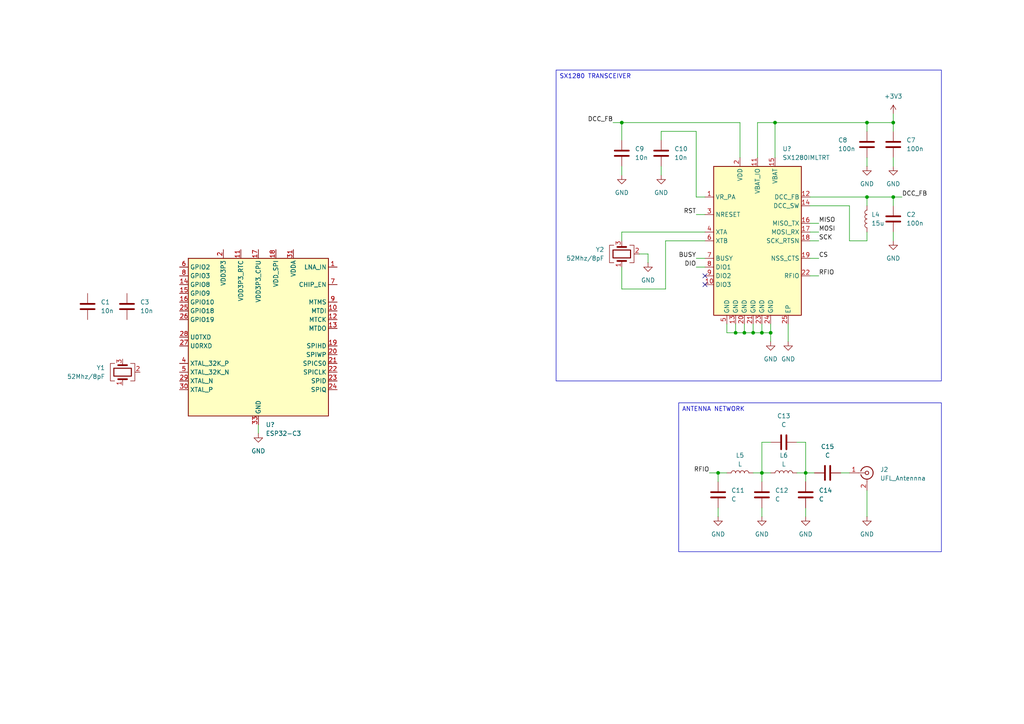
<source format=kicad_sch>
(kicad_sch (version 20250114) (generator "eeschema") (generator_version "9.0")
  (paper "A4")
  (lib_symbols
    (symbol "Connector:Conn_Coaxial" (pin_names (offset 1.016) (hide yes))
      (property "Reference" "J" (at 0.254 3.048 0))
      (property "Value" "Conn_Coaxial" (at 2.921 0 90))
      (symbol "Conn_Coaxial_0_1"
        (polyline (pts (xy -2.54 0) (xy -0.508 0)))
        (arc (start 1.778 0) (mid 0.222 -1.8079) (end -1.778 -0.508) (stroke (width 0.254)))
        (arc (start -1.778 0.508) (mid 0.2221 1.8084) (end 1.778 0) (stroke (width 0.254)))
        (circle (center 0 0) (radius 0.508) (stroke (width 0.2032)))
        (polyline (pts (xy 0 -2.54) (xy 0 -1.778)))
      )
      (symbol "Conn_Coaxial_1_1"
        (pin passive line (at -5.08 0 0) (length 2.54) (name "In") (number "1"))
        (pin passive line (at 0 -5.08 90) (length 2.54) (name "Ext") (number "2"))
      )
    )
    (symbol "Custom_Parts:SX1280IMLTRT"
      (property "Reference" "U" (at 26.416 20.828 0))
      (property "Value" "SX1280IMLTRT" (at 26.416 18.288 0))
      (symbol "SX1280IMLTRT_1_1"
        (rectangle (start 5.08 15.24) (end 30.48 -27.94) (stroke (width 0.254)) (fill (type background)))
        (pin passive line (at 2.54 6.35 0) (length 2.54) (name "VR_PA") (number "1"))
        (pin passive line (at 2.54 1.27 0) (length 2.54) (name "NRESET") (number "3"))
        (pin passive line (at 2.54 -3.81 0) (length 2.54) (name "XTA") (number "4"))
        (pin passive line (at 2.54 -6.35 0) (length 2.54) (name "XTB") (number "6"))
        (pin passive line (at 2.54 -11.43 0) (length 2.54) (name "BUSY") (number "7"))
        (pin passive line (at 2.54 -13.97 0) (length 2.54) (name "DIO1") (number "8"))
        (pin passive line (at 2.54 -16.51 0) (length 2.54) (name "DIO2") (number "9"))
        (pin passive line (at 2.54 -19.05 0) (length 2.54) (name "DIO3") (number "10"))
        (pin passive line (at 8.89 -30.48 90) (length 2.54) (name "GND") (number "5"))
        (pin passive line (at 11.43 -30.48 90) (length 2.54) (name "GND") (number "13"))
        (pin passive line (at 12.7 17.78 270) (length 2.54) (name "VDD") (number "2"))
        (pin passive line (at 13.97 -30.48 90) (length 2.54) (name "GND") (number "20"))
        (pin passive line (at 16.51 -30.48 90) (length 2.54) (name "GND") (number "21"))
        (pin passive line (at 17.78 17.78 270) (length 2.54) (name "VBAT_IO") (number "11"))
        (pin passive line (at 19.05 -30.48 90) (length 2.54) (name "GND") (number "23"))
        (pin passive line (at 21.59 -30.48 90) (length 2.54) (name "GND") (number "24"))
        (pin passive line (at 22.86 17.78 270) (length 2.54) (name "VBAT") (number "15"))
        (pin passive line (at 26.67 -30.48 90) (length 2.54) (name "EP") (number "25"))
        (pin passive line (at 33.02 6.35 180) (length 2.54) (name "DCC_FB") (number "12"))
        (pin passive line (at 33.02 3.81 180) (length 2.54) (name "DCC_SW") (number "14"))
        (pin passive line (at 33.02 -1.27 180) (length 2.54) (name "MISO_TX") (number "16"))
        (pin passive line (at 33.02 -3.81 180) (length 2.54) (name "MOSI_RX") (number "17"))
        (pin passive line (at 33.02 -6.35 180) (length 2.54) (name "SCK_RTSN") (number "18"))
        (pin passive line (at 33.02 -11.43 180) (length 2.54) (name "NSS_CTS") (number "19"))
        (pin passive line (at 33.02 -16.51 180) (length 2.54) (name "RFIO") (number "22"))
      )
    )
    (symbol "Device:C" (pin_numbers (hide yes)) (pin_names (offset 0.254))
      (property "Reference" "C" (at 0.635 2.54 0))
      (property "Value" "C" (at 0.635 -2.54 0))
      (symbol "C_0_1"
        (polyline (pts (xy -2.032 0.762) (xy 2.032 0.762)) (stroke (width 0.508)))
        (polyline (pts (xy -2.032 -0.762) (xy 2.032 -0.762)) (stroke (width 0.508)))
      )
      (symbol "C_1_1"
        (pin passive line (at 0 3.81 270) (length 2.794) (name "~") (number "1"))
        (pin passive line (at 0 -3.81 90) (length 2.794) (name "~") (number "2"))
      )
    )
    (symbol "Device:Crystal_GND24" (pin_names (offset 1.016) (hide yes))
      (property "Reference" "Y" (at 3.175 5.08 0))
      (property "Value" "Crystal_GND24" (at 3.175 3.175 0))
      (symbol "Crystal_GND24_0_1"
        (polyline (pts (xy -2.54 2.286) (xy -2.54 3.556) (xy 2.54 3.556) (xy 2.54 2.286)))
        (polyline (pts (xy -2.54 0) (xy -2.032 0)))
        (polyline (pts (xy -2.54 -2.286) (xy -2.54 -3.556) (xy 2.54 -3.556) (xy 2.54 -2.286)))
        (polyline (pts (xy -2.032 -1.27) (xy -2.032 1.27)) (stroke (width 0.508)))
        (rectangle (start -1.143 2.54) (end 1.143 -2.54) (stroke (width 0.3048)))
        (polyline (pts (xy 0 -3.81) (xy 0 -3.556)))
        (polyline (pts (xy 2.032 0) (xy 2.54 0)))
        (polyline (pts (xy 2.032 -1.27) (xy 2.032 1.27)) (stroke (width 0.508)))
      )
      (symbol "Crystal_GND24_1_1"
        (pin passive line (at -3.81 0 0) (length 1.27) (name "1") (number "1"))
        (pin passive line (at 0 -5.08 90) (length 1.27) (name "G") (number "2"))
        (pin passive line (at 0 -5.08 90) (length 1.27) (hide yes) (name "G") (number "4"))
        (pin passive line (at 3.81 0 180) (length 1.27) (name "3") (number "3"))
      )
    )
    (symbol "Device:L" (pin_numbers (hide yes)) (pin_names (offset 1.016) (hide yes))
      (property "Reference" "L" (at -1.27 0 90))
      (property "Value" "L" (at 1.905 0 90))
      (symbol "L_0_1"
        (arc (start 0 2.54) (mid 0.6323 1.905) (end 0 1.27))
        (arc (start 0 1.27) (mid 0.6323 0.635) (end 0 0))
        (arc (start 0 0) (mid 0.6323 -0.635) (end 0 -1.27))
        (arc (start 0 -1.27) (mid 0.6323 -1.905) (end 0 -2.54))
      )
      (symbol "L_1_1"
        (pin passive line (at 0 3.81 270) (length 1.27) (name "1") (number "1"))
        (pin passive line (at 0 -3.81 90) (length 1.27) (name "2") (number "2"))
      )
    )
    (symbol "MCU_Espressif:ESP32-C3"
      (property "Reference" "U" (at -17.272 23.876 0))
      (property "Value" "ESP32-C3" (at 16.256 23.876 0))
      (symbol "ESP32-C3_1_1"
        (rectangle (start -20.32 22.86) (end 20.32 -22.86) (stroke (width 0.254)) (fill (type background)))
        (pin bidirectional line (at -22.86 20.32 0) (length 2.54) (name "GPIO2") (number "6"))
        (pin bidirectional line (at -22.86 17.78 0) (length 2.54) (name "GPIO3") (number "8"))
        (pin bidirectional line (at -22.86 15.24 0) (length 2.54) (name "GPIO8") (number "14"))
        (pin bidirectional line (at -22.86 12.7 0) (length 2.54) (name "GPIO9") (number "15"))
        (pin bidirectional line (at -22.86 10.16 0) (length 2.54) (name "GPIO10") (number "16"))
        (pin bidirectional line (at -22.86 7.62 0) (length 2.54) (name "GPIO18") (number "25"))
        (pin bidirectional line (at -22.86 5.08 0) (length 2.54) (name "GPIO19") (number "26"))
        (pin bidirectional line (at -22.86 0 0) (length 2.54) (name "U0TXD") (number "28"))
        (pin bidirectional line (at -22.86 -2.54 0) (length 2.54) (name "U0RXD") (number "27"))
        (pin bidirectional line (at -22.86 -7.62 0) (length 2.54) (name "XTAL_32K_P") (number "4"))
        (pin bidirectional line (at -22.86 -10.16 0) (length 2.54) (name "XTAL_32K_N") (number "5"))
        (pin bidirectional line (at -22.86 -12.7 0) (length 2.54) (name "XTAL_N") (number "29"))
        (pin bidirectional line (at -22.86 -15.24 0) (length 2.54) (name "XTAL_P") (number "30"))
        (pin power_in line (at -10.16 25.4 270) (length 2.54) (name "VDD3P3") (number "2"))
        (pin passive line (at -10.16 25.4 270) (length 2.54) (hide yes) (name "VDD3P3") (number "3"))
        (pin power_in line (at -5.08 25.4 270) (length 2.54) (name "VDD3P3_RTC") (number "11"))
        (pin power_in line (at 0 25.4 270) (length 2.54) (name "VDD3P3_CPU") (number "17"))
        (pin power_in line (at 0 -25.4 90) (length 2.54) (name "GND") (number "33"))
        (pin power_out line (at 5.08 25.4 270) (length 2.54) (name "VDD_SPI") (number "18"))
        (pin power_in line (at 10.16 25.4 270) (length 2.54) (name "VDDA") (number "31"))
        (pin passive line (at 10.16 25.4 270) (length 2.54) (hide yes) (name "VDDA") (number "32"))
        (pin bidirectional line (at 22.86 20.32 180) (length 2.54) (name "LNA_IN") (number "1"))
        (pin bidirectional line (at 22.86 15.24 180) (length 2.54) (name "CHIP_EN") (number "7"))
        (pin bidirectional line (at 22.86 10.16 180) (length 2.54) (name "MTMS") (number "9"))
        (pin bidirectional line (at 22.86 7.62 180) (length 2.54) (name "MTDI") (number "10"))
        (pin bidirectional line (at 22.86 5.08 180) (length 2.54) (name "MTCK") (number "12"))
        (pin bidirectional line (at 22.86 2.54 180) (length 2.54) (name "MTDO") (number "13"))
        (pin bidirectional line (at 22.86 -2.54 180) (length 2.54) (name "SPIHD") (number "19"))
        (pin bidirectional line (at 22.86 -5.08 180) (length 2.54) (name "SPIWP") (number "20"))
        (pin bidirectional line (at 22.86 -7.62 180) (length 2.54) (name "SPICS0") (number "21"))
        (pin bidirectional line (at 22.86 -10.16 180) (length 2.54) (name "SPICLK") (number "22"))
        (pin bidirectional line (at 22.86 -12.7 180) (length 2.54) (name "SPID") (number "23"))
        (pin bidirectional line (at 22.86 -15.24 180) (length 2.54) (name "SPIQ") (number "24"))
      )
    )
    (symbol "power:+3V3" (power) (pin_numbers (hide yes)) (pin_names (offset 0) (hide yes))
      (property "Value" "+3V3" (at 0 3.556 0))
      (symbol "+3V3_0_1"
        (polyline (pts (xy -0.762 1.27) (xy 0 2.54)))
        (polyline (pts (xy 0 2.54) (xy 0.762 1.27)))
        (polyline (pts (xy 0 0) (xy 0 2.54)))
      )
      (symbol "+3V3_1_1"
        (pin power_in line (at 0 0 90) (length 0) (name "~") (number "1"))
      )
    )
    (symbol "power:GND" (power) (pin_numbers (hide yes)) (pin_names (offset 0) (hide yes))
      (property "Value" "GND" (at 0 -3.81 0))
      (symbol "GND_0_1"
        (polyline (pts (xy 0 0) (xy 0 -1.27) (xy 1.27 -1.27) (xy 0 -2.54) (xy -1.27 -1.27) (xy 0 -1.27)))
      )
      (symbol "GND_1_1"
        (pin power_in line (at 0 0 270) (length 0) (name "~") (number "1"))
      )
    )
  )
  (text_box "SX1280 TRANSCEIVER" (at 161.29 20.32 0) (size 111.76 90.17) (margins 0.9525 0.9525 0.9525 0.9525) (effects (font (size 1.27 1.27)) (justify left top)))
  (text_box "ANTENNA NETWORK" (at 196.85 116.84 0) (size 76.2 43.18) (margins 0.9525 0.9525 0.9525 0.9525) (effects (font (size 1.27 1.27)) (justify left top)))
  (junction (at 213.36 96.52))
  (junction (at 223.52 96.52))
  (junction (at 220.98 96.52))
  (junction (at 220.98 137.16))
  (junction (at 224.79 35.56))
  (junction (at 251.46 35.56))
  (junction (at 215.9 96.52))
  (junction (at 180.34 35.56))
  (junction (at 218.44 96.52))
  (junction (at 233.68 137.16))
  (junction (at 208.28 137.16))
  (junction (at 259.08 35.56))
  (junction (at 251.46 57.15))
  (junction (at 259.08 57.15))
  (no_connect (at 204.47 80.01))
  (no_connect (at 204.47 82.55))
  (wire (pts (xy 233.68 137.16) (xy 233.68 139.7)))
  (wire (pts (xy 208.28 147.32) (xy 208.28 149.86)))
  (wire (pts (xy 201.93 57.15) (xy 201.93 38.1)))
  (wire (pts (xy 191.77 38.1) (xy 191.77 40.64)))
  (wire (pts (xy 234.95 59.69) (xy 246.38 59.69)))
  (wire (pts (xy 234.95 74.93) (xy 237.49 74.93)))
  (wire (pts (xy 233.68 128.27) (xy 233.68 137.16)))
  (wire (pts (xy 228.6 93.98) (xy 228.6 99.06)))
  (wire (pts (xy 204.47 67.31) (xy 180.34 67.31)))
  (wire (pts (xy 210.82 96.52) (xy 213.36 96.52)))
  (wire (pts (xy 208.28 137.16) (xy 210.82 137.16)))
  (wire (pts (xy 246.38 69.85) (xy 246.38 59.69)))
  (wire (pts (xy 201.93 74.93) (xy 204.47 74.93)))
  (wire (pts (xy 237.49 80.01) (xy 234.95 80.01)))
  (wire (pts (xy 251.46 57.15) (xy 251.46 59.69)))
  (wire (pts (xy 259.08 38.1) (xy 259.08 35.56)))
  (wire (pts (xy 251.46 57.15) (xy 259.08 57.15)))
  (wire (pts (xy 193.04 69.85) (xy 204.47 69.85)))
  (wire (pts (xy 224.79 35.56) (xy 224.79 45.72)))
  (wire (pts (xy 259.08 33.02) (xy 259.08 35.56)))
  (wire (pts (xy 180.34 77.47) (xy 180.34 83.82)))
  (wire (pts (xy 220.98 137.16) (xy 220.98 139.7)))
  (wire (pts (xy 201.93 77.47) (xy 204.47 77.47)))
  (wire (pts (xy 223.52 93.98) (xy 223.52 96.52)))
  (wire (pts (xy 193.04 69.85) (xy 193.04 83.82)))
  (wire (pts (xy 233.68 137.16) (xy 236.22 137.16)))
  (wire (pts (xy 218.44 96.52) (xy 220.98 96.52)))
  (wire (pts (xy 201.93 62.23) (xy 204.47 62.23)))
  (wire (pts (xy 185.42 73.66) (xy 187.96 73.66)))
  (wire (pts (xy 220.98 147.32) (xy 220.98 149.86)))
  (wire (pts (xy 251.46 45.72) (xy 251.46 48.26)))
  (wire (pts (xy 251.46 142.24) (xy 251.46 149.86)))
  (wire (pts (xy 259.08 67.31) (xy 259.08 69.85)))
  (wire (pts (xy 220.98 96.52) (xy 223.52 96.52)))
  (wire (pts (xy 177.8 35.56) (xy 180.34 35.56)))
  (wire (pts (xy 251.46 67.31) (xy 251.46 69.85)))
  (wire (pts (xy 213.36 93.98) (xy 213.36 96.52)))
  (wire (pts (xy 180.34 35.56) (xy 180.34 40.64)))
  (wire (pts (xy 180.34 67.31) (xy 180.34 69.85)))
  (wire (pts (xy 224.79 35.56) (xy 251.46 35.56)))
  (wire (pts (xy 234.95 57.15) (xy 251.46 57.15)))
  (wire (pts (xy 180.34 83.82) (xy 193.04 83.82)))
  (wire (pts (xy 251.46 35.56) (xy 259.08 35.56)))
  (wire (pts (xy 210.82 93.98) (xy 210.82 96.52)))
  (wire (pts (xy 214.63 35.56) (xy 214.63 45.72)))
  (wire (pts (xy 201.93 38.1) (xy 191.77 38.1)))
  (wire (pts (xy 259.08 57.15) (xy 261.62 57.15)))
  (wire (pts (xy 74.93 125.73) (xy 74.93 123.19)))
  (wire (pts (xy 251.46 35.56) (xy 251.46 38.1)))
  (wire (pts (xy 220.98 128.27) (xy 220.98 137.16)))
  (wire (pts (xy 208.28 139.7) (xy 208.28 137.16)))
  (wire (pts (xy 259.08 45.72) (xy 259.08 48.26)))
  (wire (pts (xy 208.28 137.16) (xy 205.74 137.16)))
  (wire (pts (xy 187.96 73.66) (xy 187.96 76.2)))
  (wire (pts (xy 219.71 35.56) (xy 219.71 45.72)))
  (wire (pts (xy 233.68 147.32) (xy 233.68 149.86)))
  (wire (pts (xy 213.36 96.52) (xy 215.9 96.52)))
  (wire (pts (xy 204.47 57.15) (xy 201.93 57.15)))
  (wire (pts (xy 218.44 93.98) (xy 218.44 96.52)))
  (wire (pts (xy 231.14 137.16) (xy 233.68 137.16)))
  (wire (pts (xy 224.79 35.56) (xy 219.71 35.56)))
  (wire (pts (xy 220.98 137.16) (xy 223.52 137.16)))
  (wire (pts (xy 251.46 69.85) (xy 246.38 69.85)))
  (wire (pts (xy 218.44 137.16) (xy 220.98 137.16)))
  (wire (pts (xy 180.34 48.26) (xy 180.34 50.8)))
  (wire (pts (xy 223.52 96.52) (xy 223.52 99.06)))
  (wire (pts (xy 234.95 64.77) (xy 237.49 64.77)))
  (wire (pts (xy 259.08 57.15) (xy 259.08 59.69)))
  (wire (pts (xy 220.98 93.98) (xy 220.98 96.52)))
  (wire (pts (xy 191.77 48.26) (xy 191.77 50.8)))
  (wire (pts (xy 223.52 128.27) (xy 220.98 128.27)))
  (wire (pts (xy 243.84 137.16) (xy 246.38 137.16)))
  (wire (pts (xy 215.9 93.98) (xy 215.9 96.52)))
  (wire (pts (xy 237.49 67.31) (xy 234.95 67.31)))
  (wire (pts (xy 215.9 96.52) (xy 218.44 96.52)))
  (wire (pts (xy 234.95 69.85) (xy 237.49 69.85)))
  (wire (pts (xy 231.14 128.27) (xy 233.68 128.27)))
  (wire (pts (xy 180.34 35.56) (xy 214.63 35.56)))
  (label "DCC_FB" (at 177.8 35.56 180))
  (label "RST" (at 201.93 62.23 180))
  (label "MOSI" (at 237.49 67.31 0))
  (label "RFIO" (at 237.49 80.01 0))
  (label "CS" (at 237.49 74.93 0))
  (label "DIO" (at 201.93 77.47 180))
  (label "RFIO" (at 205.74 137.16 180))
  (label "DCC_FB" (at 261.62 57.15 0))
  (label "BUSY" (at 201.93 74.93 180))
  (label "MISO" (at 237.49 64.77 0))
  (label "SCK" (at 237.49 69.85 0))
  (symbol (lib_id "Device:C") (at 251.46 41.91 0) (unit 1)
    (property "Reference" "C8" (at 243.078 40.64 0) (effects (justify left)))
    (property "Value" "100n" (at 243.078 43.18 0) (effects (justify left)))
    (property "Description" "Unpolarized capacitor" (effects (hide yes)))
  )
  (symbol (lib_id "Device:C") (at 259.08 41.91 0) (unit 1)
    (property "Reference" "C7" (at 262.89 40.6399 0) (effects (justify left)))
    (property "Value" "100n" (at 262.89 43.1799 0) (effects (justify left)))
    (property "Description" "Unpolarized capacitor" (effects (hide yes)))
  )
  (symbol (lib_id "power:GND") (at 220.98 149.86 0) (unit 1)
    (property "Reference" "#PWR015" (effects (hide yes)))
    (property "Value" "GND" (at 220.98 154.94 0))
    (property "Description" "Power symbol creates a global label with name \"GND\" , ground" (effects (hide yes)))
  )
  (symbol (lib_id "power:GND") (at 233.68 149.86 0) (unit 1)
    (property "Reference" "#PWR016" (effects (hide yes)))
    (property "Value" "GND" (at 233.68 154.94 0))
    (property "Description" "Power symbol creates a global label with name \"GND\" , ground" (effects (hide yes)))
  )
  (symbol (lib_id "Device:C") (at 233.68 143.51 0) (unit 1)
    (property "Reference" "C14" (at 237.49 142.2399 0) (effects (justify left)))
    (property "Value" "C" (at 237.49 144.7799 0) (effects (justify left)))
    (property "Description" "Unpolarized capacitor" (effects (hide yes)))
  )
  (symbol (lib_id "power:GND") (at 251.46 149.86 0) (unit 1)
    (property "Reference" "#PWR017" (effects (hide yes)))
    (property "Value" "GND" (at 251.46 154.94 0))
    (property "Description" "Power symbol creates a global label with name \"GND\" , ground" (effects (hide yes)))
  )
  (symbol (lib_id "Device:C") (at 220.98 143.51 0) (unit 1)
    (property "Reference" "C12" (at 224.79 142.2399 0) (effects (justify left)))
    (property "Value" "C" (at 224.79 144.7799 0) (effects (justify left)))
    (property "Description" "Unpolarized capacitor" (effects (hide yes)))
  )
  (symbol (lib_id "MCU_Espressif:ESP32-C3") (at 74.93 97.79 0) (unit 1)
    (property "Reference" "U?" (at 77.0733 123.19 0) (effects (justify left)))
    (property "Value" "ESP32-C3" (at 77.0733 125.73 0) (effects (justify left)))
    (property "Footprint" "Package_DFN_QFN:QFN-32-1EP_5x5mm_P0.5mm_EP3.7x3.7mm" (effects (hide yes)))
    (property "Datasheet" "https://www.espressif.com/sites/default/files/documentation/esp32-c3_datasheet_en.pdf" (effects (hide yes)))
    (property "Description" "RF Module, ESP32 SoC, RISC-V, WiFi 802.11b/n/g, Bluetooth LE 5, QFN32" (effects (hide yes)))
  )
  (symbol (lib_id "Device:C") (at 191.77 44.45 0) (unit 1)
    (property "Reference" "C10" (at 195.58 43.1799 0) (effects (justify left)))
    (property "Value" "10n" (at 195.58 45.7199 0) (effects (justify left)))
    (property "Description" "Unpolarized capacitor" (effects (hide yes)))
  )
  (symbol (lib_id "power:GND") (at 228.6 99.06 0) (unit 1)
    (property "Reference" "#PWR07" (effects (hide yes)))
    (property "Value" "GND" (at 228.6 104.14 0))
    (property "Description" "Power symbol creates a global label with name \"GND\" , ground" (effects (hide yes)))
  )
  (symbol (lib_id "power:GND") (at 208.28 149.86 0) (unit 1)
    (property "Reference" "#PWR014" (effects (hide yes)))
    (property "Value" "GND" (at 208.28 154.94 0))
    (property "Description" "Power symbol creates a global label with name \"GND\" , ground" (effects (hide yes)))
  )
  (symbol (lib_id "Device:C") (at 180.34 44.45 0) (unit 1)
    (property "Reference" "C9" (at 184.15 43.1799 0) (effects (justify left)))
    (property "Value" "10n" (at 184.15 45.7199 0) (effects (justify left)))
    (property "Description" "Unpolarized capacitor" (effects (hide yes)))
  )
  (symbol (lib_id "Connector:Conn_Coaxial") (at 251.46 137.16 0) (unit 1)
    (property "Reference" "J2" (at 255.27 136.1831 0) (effects (justify left)))
    (property "Value" "UFL_Antennna" (at 255.27 138.7231 0) (effects (justify left)))
    (property "Footprint" "Connector_Coaxial:U.FL_Hirose_U.FL-R-SMT-1_Vertical" (effects (hide yes)))
    (property "Description" "coaxial connector (BNC, SMA, SMB, SMC, Cinch/RCA, LEMO, ...)" (effects (hide yes)))
  )
  (symbol (lib_id "power:GND") (at 180.34 50.8 0) (unit 1)
    (property "Reference" "#PWR010" (effects (hide yes)))
    (property "Value" "GND" (at 180.34 55.88 0))
    (property "Description" "Power symbol creates a global label with name \"GND\" , ground" (effects (hide yes)))
  )
  (symbol (lib_id "Device:Crystal_GND24") (at 35.56 107.95 90) (unit 1)
    (property "Reference" "Y1" (at 30.48 106.6799 90) (effects (justify left)))
    (property "Value" "52Mhz/8pF" (at 30.48 109.2199 90) (effects (justify left)))
    (property "Footprint" "Crystal:Crystal_SMD_2016-4Pin_2.0x1.6mm" (effects (hide yes)))
    (property "Description" "Four pin crystal, GND on pins 2 and 4" (effects (hide yes)))
    (property private "KLC_S3.3" "The rectangle is not a symbol body but a graphical element" (effects (hide yes)))
    (property private "KLC_S4.1" "Some pins are on 50mil grid to make the symbol small" (effects (hide yes)))
  )
  (symbol (lib_id "Device:C") (at 36.83 88.9 0) (unit 1)
    (property "Reference" "C3" (at 40.64 87.6299 0) (effects (justify left)))
    (property "Value" "10n" (at 40.64 90.1699 0) (effects (justify left)))
    (property "Description" "Unpolarized capacitor" (effects (hide yes)))
  )
  (symbol (lib_id "Device:C") (at 208.28 143.51 0) (unit 1)
    (property "Reference" "C11" (at 212.09 142.2399 0) (effects (justify left)))
    (property "Value" "C" (at 212.09 144.7799 0) (effects (justify left)))
    (property "Description" "Unpolarized capacitor" (effects (hide yes)))
  )
  (symbol (lib_id "power:GND") (at 74.93 125.73 0) (unit 1)
    (property "Reference" "#PWR02" (effects (hide yes)))
    (property "Value" "GND" (at 74.93 130.81 0))
    (property "Description" "Power symbol creates a global label with name \"GND\" , ground" (effects (hide yes)))
  )
  (symbol (lib_id "Device:L") (at 227.33 137.16 90) (unit 1)
    (property "Reference" "L6" (at 227.33 132.08 90))
    (property "Value" "L" (at 227.33 134.62 90))
    (property "Description" "Inductor" (effects (hide yes)))
  )
  (symbol (lib_id "power:GND") (at 259.08 48.26 0) (unit 1)
    (property "Reference" "#PWR09" (effects (hide yes)))
    (property "Value" "GND" (at 259.08 53.34 0))
    (property "Description" "Power symbol creates a global label with name \"GND\" , ground" (effects (hide yes)))
  )
  (symbol (lib_id "Device:C") (at 25.4 88.9 0) (unit 1)
    (property "Reference" "C1" (at 29.21 87.6299 0) (effects (justify left)))
    (property "Value" "10n" (at 29.21 90.1699 0) (effects (justify left)))
    (property "Description" "Unpolarized capacitor" (effects (hide yes)))
  )
  (symbol (lib_id "Device:C") (at 240.03 137.16 90) (unit 1)
    (property "Reference" "C15" (at 240.03 129.54 90))
    (property "Value" "C" (at 240.03 132.08 90))
    (property "Description" "Unpolarized capacitor" (effects (hide yes)))
  )
  (symbol (lib_id "power:+3V3") (at 259.08 33.02 0) (unit 1)
    (property "Reference" "#PWR05" (effects (hide yes)))
    (property "Value" "+3V3" (at 259.08 27.94 0))
    (property "Description" "Power symbol creates a global label with name \"+3V3\"" (effects (hide yes)))
  )
  (symbol (lib_id "Device:L") (at 251.46 63.5 180) (unit 1)
    (property "Reference" "L4" (at 252.73 62.2299 0) (effects (justify right)))
    (property "Value" "15u" (at 252.73 64.7699 0) (effects (justify right)))
    (property "Description" "Inductor" (effects (hide yes)))
  )
  (symbol (lib_id "Device:C") (at 259.08 63.5 0) (unit 1)
    (property "Reference" "C2" (at 262.89 62.2299 0) (effects (justify left)))
    (property "Value" "100n" (at 262.89 64.7699 0) (effects (justify left)))
    (property "Description" "Unpolarized capacitor" (effects (hide yes)))
  )
  (symbol (lib_id "power:GND") (at 187.96 76.2 0) (unit 1)
    (property "Reference" "#PWR011" (effects (hide yes)))
    (property "Value" "GND" (at 187.96 81.28 0))
    (property "Description" "Power symbol creates a global label with name \"GND\" , ground" (effects (hide yes)))
  )
  (symbol (lib_id "power:GND") (at 251.46 48.26 0) (unit 1)
    (property "Reference" "#PWR08" (effects (hide yes)))
    (property "Value" "GND" (at 251.46 53.34 0))
    (property "Description" "Power symbol creates a global label with name \"GND\" , ground" (effects (hide yes)))
  )
  (symbol (lib_id "Custom_Parts:SX1280IMLTRT") (at 201.93 63.5 0) (unit 1)
    (property "Reference" "U?" (at 226.9333 43.18 0) (effects (justify left)))
    (property "Value" "SX1280IMLTRT" (at 226.9333 45.72 0) (effects (justify left)))
    (property "Footprint" "Package_DFN_QFN:QFN-24-1EP_4x4mm_P0.5mm_EP2.6x2.6mm_ThermalVias" (effects (hide yes)))
    (property "Datasheet" "https://datasheet.datasheetarchive.com/originals/distributors/DKDS-37/728740.pdf" (effects (hide yes)))
    (property "Description" "RF Transceiver Long range 2.4 GHz Wireless Transceiver" (effects (hide yes)))
    (property "Height" "1" (effects (hide yes)))
    (property "Mouser Part Number" "947-SX1280IMLTRT" (effects (hide yes)))
    (property "Mouser Price/Stock" "https://www.mouser.co.uk/ProductDetail/Semtech/SX1280IMLTRT?qs=5aG0NVq1C4xuoq8G6ZzdxQ%3D%3D" (effects (hide yes)))
    (property "Manufacturer_Name" "SEMTECH" (effects (hide yes)))
    (property "Manufacturer_Part_Number" "SX1280IMLTRT" (effects (hide yes)))
  )
  (symbol (lib_id "power:GND") (at 191.77 50.8 0) (unit 1)
    (property "Reference" "#PWR012" (effects (hide yes)))
    (property "Value" "GND" (at 191.77 55.88 0))
    (property "Description" "Power symbol creates a global label with name \"GND\" , ground" (effects (hide yes)))
  )
  (symbol (lib_id "Device:C") (at 227.33 128.27 90) (unit 1)
    (property "Reference" "C13" (at 227.33 120.65 90))
    (property "Value" "C" (at 227.33 123.19 90))
    (property "Description" "Unpolarized capacitor" (effects (hide yes)))
  )
  (symbol (lib_id "power:GND") (at 259.08 69.85 0) (unit 1)
    (property "Reference" "#PWR01" (effects (hide yes)))
    (property "Value" "GND" (at 259.08 74.93 0))
    (property "Description" "Power symbol creates a global label with name \"GND\" , ground" (effects (hide yes)))
  )
  (symbol (lib_id "Device:Crystal_GND24") (at 180.34 73.66 90) (unit 1)
    (property "Reference" "Y2" (at 175.26 72.3899 90) (effects (justify left)))
    (property "Value" "52Mhz/8pF" (at 175.26 74.9299 90) (effects (justify left)))
    (property "Footprint" "Crystal:Crystal_SMD_2016-4Pin_2.0x1.6mm" (effects (hide yes)))
    (property "Description" "Four pin crystal, GND on pins 2 and 4" (effects (hide yes)))
    (property private "KLC_S3.3" "The rectangle is not a symbol body but a graphical element" (effects (hide yes)))
    (property private "KLC_S4.1" "Some pins are on 50mil grid to make the symbol small" (effects (hide yes)))
  )
  (symbol (lib_id "power:GND") (at 223.52 99.06 0) (unit 1)
    (property "Reference" "#PWR06" (effects (hide yes)))
    (property "Value" "GND" (at 223.52 104.14 0))
    (property "Description" "Power symbol creates a global label with name \"GND\" , ground" (effects (hide yes)))
  )
  (symbol (lib_id "Device:L") (at 214.63 137.16 90) (unit 1)
    (property "Reference" "L5" (at 214.63 132.08 90))
    (property "Value" "L" (at 214.63 134.62 90))
    (property "Description" "Inductor" (effects (hide yes)))
  )
)
</source>
